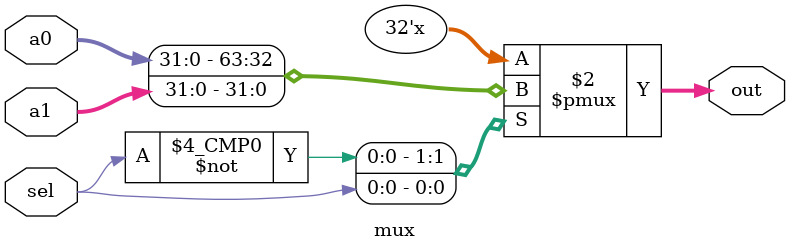
<source format=v>
`timescale 1ns / 1ps



module mux(sel, a0, a1, out);
input sel;
input [31:0] a0, a1;
output reg [31:0] out;
always @ (sel or a0 or a1)
begin
case(sel)
0:out = a0;
1:out = a1;
endcase
end
endmodule

</source>
